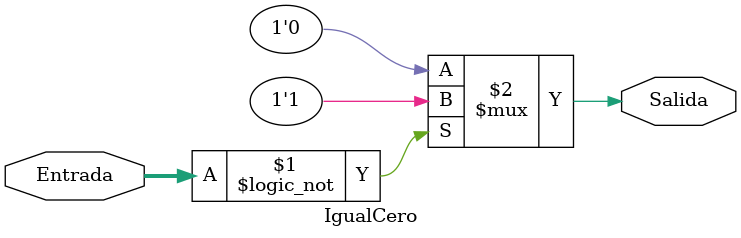
<source format=v>
module IgualCero (/*AUTOARG*/
   // Outputs
   Salida,
   // Inputs
   Entrada
   ) ;
   output Salida;
   input  [15:0] Entrada;

   assign Salida = (Entrada == 16'h0) ? 1'b1 : 1'b0;
endmodule // IgualCero

</source>
